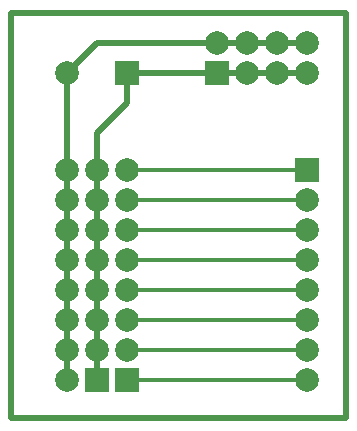
<source format=gtl>
G04 Layer_Physical_Order=1*
G04 Layer_Color=255*
%FSLAX43Y43*%
%MOMM*%
G71*
G01*
G75*
%ADD10C,0.500*%
%ADD11C,0.300*%
%ADD12R,2.000X2.000*%
%ADD13C,2.000*%
%ADD14R,2.000X2.000*%
D10*
X83947Y79375D02*
Y113665D01*
X55626Y79375D02*
X83947D01*
X55626D02*
Y113665D01*
X83947D01*
X65405Y95250D02*
X65405Y95250D01*
X65405Y82550D02*
X65405Y82550D01*
X78105Y108585D02*
X80645D01*
X75565D02*
X78105D01*
X73025D02*
X75565D01*
X65405D02*
X73025D01*
X78105Y111125D02*
X80645D01*
X75565D02*
X78105D01*
X73025D02*
X75565D01*
X62865D02*
X73025D01*
X60325Y82550D02*
Y108585D01*
X62865Y111125D01*
X62865Y100330D02*
Y103505D01*
X65405Y106045D01*
Y108585D01*
X62865Y97790D02*
Y100330D01*
Y95250D02*
Y97790D01*
Y92710D02*
Y95250D01*
Y90170D02*
Y92710D01*
Y87630D02*
Y90170D01*
Y85090D02*
Y87630D01*
Y82550D02*
Y85090D01*
D11*
X65405Y100330D02*
X80645D01*
X65405Y97790D02*
X80645D01*
X65405Y95250D02*
X80645D01*
X65405Y92710D02*
X80645D01*
X65405Y82550D02*
X80645D01*
X65405Y85090D02*
X80645D01*
X65405Y87630D02*
X80645D01*
X65405Y90170D02*
X80645D01*
D12*
X65405Y108585D02*
D03*
X73025D02*
D03*
D13*
X60325D02*
D03*
X80645Y111125D02*
D03*
Y108585D02*
D03*
X78105Y111125D02*
D03*
X78105Y108585D02*
D03*
X75565Y111125D02*
D03*
Y108585D02*
D03*
X73025Y111125D02*
D03*
X80645Y97790D02*
D03*
Y95250D02*
D03*
Y92710D02*
D03*
Y90170D02*
D03*
Y87630D02*
D03*
Y85090D02*
D03*
Y82550D02*
D03*
X60325Y82550D02*
D03*
X62865Y85090D02*
D03*
X60325D02*
D03*
X62865Y87630D02*
D03*
X60325D02*
D03*
X62865Y90170D02*
D03*
X60325D02*
D03*
X62865Y92710D02*
D03*
X60325D02*
D03*
X62865Y95250D02*
D03*
X60325D02*
D03*
X62865Y97790D02*
D03*
X60325D02*
D03*
X62865Y100330D02*
D03*
X60325D02*
D03*
X65405Y85090D02*
D03*
Y87630D02*
D03*
Y90170D02*
D03*
Y92710D02*
D03*
Y95250D02*
D03*
Y97790D02*
D03*
Y100330D02*
D03*
D14*
X80645D02*
D03*
X62865Y82550D02*
D03*
X65405D02*
D03*
M02*

</source>
